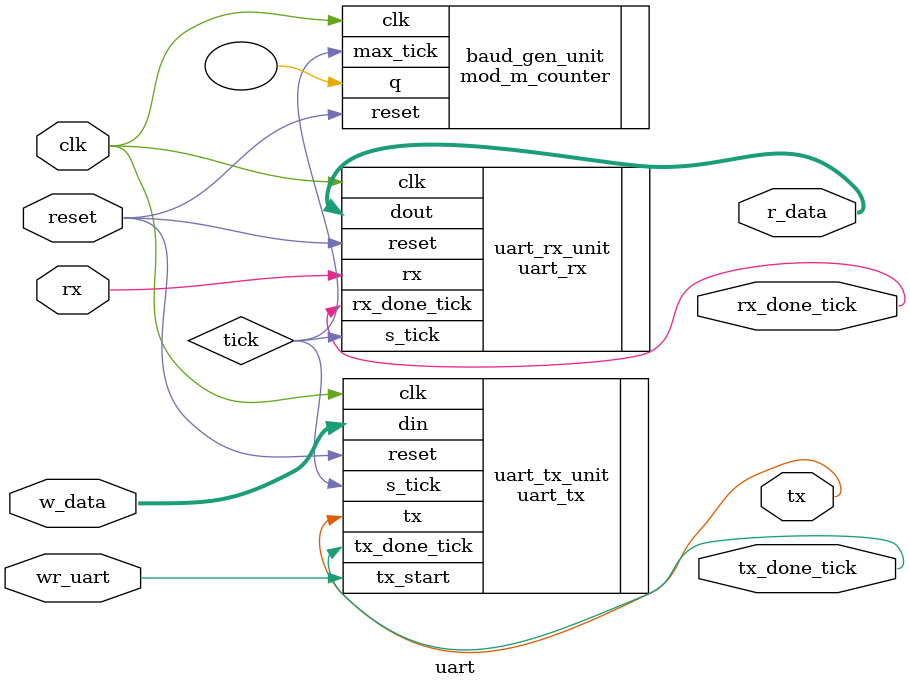
<source format=v>
`timescale 1ns / 1ps

/*
 Autor: Tomasz Jurczyk, Bohdan Klymchuk
*/

module uart
   #( // Default setting:
      // 19,200 baud, 8 data bits, 1 stop bit, 2^2 FIFO
      parameter DBIT = 8,     // # data bits
                SB_TICK = 16, // # ticks for stop bits, 16/24/32
                              // for 1/1.5/2 stop bits
                DVSR = 163,   // baud rate divisor
                              // DVSR = 50M/(16*baud rate)
                DVSR_BIT = 8, // # bits of DVSR
                FIFO_W = 2    // # addr bits of FIFO
                              // # words in FIFO=2^FIFO_W
   )
   (
    input wire clk, reset,
    input wire wr_uart, rx,
    input wire [7:0] w_data,
    output wire tx,
    output wire rx_done_tick, tx_done_tick,
    output wire [7:0] r_data
   );

   // signal declaration
   wire tick;

   //body
   mod_m_counter #(.M(DVSR), .N(DVSR_BIT)) baud_gen_unit
      (.clk(clk), .reset(reset), .q(), .max_tick(tick));

   uart_rx #(.DBIT(DBIT), .SB_TICK(SB_TICK)) uart_rx_unit
      (.clk(clk), .reset(reset), .rx(rx), .s_tick(tick),
       .rx_done_tick(rx_done_tick), .dout(r_data));

   uart_tx #(.DBIT(DBIT), .SB_TICK(SB_TICK)) uart_tx_unit
      (.clk(clk), .reset(reset), .tx_start(wr_uart),
       .s_tick(tick), .din(w_data),
       .tx_done_tick(tx_done_tick), .tx(tx));
endmodule
</source>
